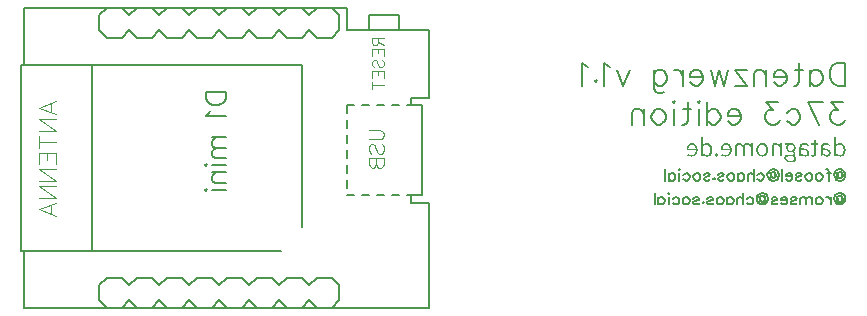
<source format=gbo>
G04 Layer: BottomSilkscreenLayer*
G04 EasyEDA v6.5.38, 2023-12-02 23:49:31*
G04 f3335789055e47b3961c9cef71cec245,07f4848b7c094117bb63b494a1dfdd33,10*
G04 Gerber Generator version 0.2*
G04 Scale: 100 percent, Rotated: No, Reflected: No *
G04 Dimensions in millimeters *
G04 leading zeros omitted , absolute positions ,4 integer and 5 decimal *
%FSLAX45Y45*%
%MOMM*%

%ADD10C,0.2032*%
%ADD11C,0.1219*%
%ADD12C,0.1422*%
%ADD13C,0.0813*%
%ADD14C,0.1016*%
%ADD15C,0.1270*%
%ADD16C,0.0166*%

%LPD*%
G36*
X6806793Y4374489D02*
G01*
X6806793Y4239615D01*
X6823252Y4239615D01*
X6823252Y4299051D01*
X6830517Y4304588D01*
X6837425Y4308398D01*
X6844284Y4310532D01*
X6851243Y4311243D01*
X6855815Y4310888D01*
X6860184Y4309770D01*
X6864350Y4308043D01*
X6868210Y4305604D01*
X6871716Y4302607D01*
X6874916Y4299000D01*
X6877710Y4294886D01*
X6880047Y4290263D01*
X6881926Y4285183D01*
X6883349Y4279696D01*
X6884212Y4273804D01*
X6884466Y4267555D01*
X6884263Y4261053D01*
X6883552Y4255008D01*
X6882384Y4249420D01*
X6880809Y4244340D01*
X6878726Y4239768D01*
X6876288Y4235754D01*
X6873392Y4232300D01*
X6870090Y4229404D01*
X6866381Y4227118D01*
X6862318Y4225493D01*
X6857847Y4224477D01*
X6852970Y4224121D01*
X6845198Y4225137D01*
X6837730Y4228084D01*
X6830517Y4232910D01*
X6823252Y4239615D01*
X6806793Y4239615D01*
X6806793Y4212691D01*
X6820509Y4212691D01*
X6821779Y4225899D01*
X6822541Y4225899D01*
X6825894Y4222750D01*
X6829602Y4219803D01*
X6833514Y4217111D01*
X6837680Y4214774D01*
X6842099Y4212844D01*
X6846671Y4211421D01*
X6851396Y4210456D01*
X6856323Y4210151D01*
X6861352Y4210405D01*
X6866178Y4211116D01*
X6870750Y4212285D01*
X6875068Y4213961D01*
X6879132Y4216044D01*
X6882841Y4218584D01*
X6886295Y4221581D01*
X6889394Y4225036D01*
X6892239Y4228896D01*
X6894677Y4233214D01*
X6896811Y4237939D01*
X6898538Y4243070D01*
X6899960Y4248556D01*
X6900925Y4254500D01*
X6901535Y4260850D01*
X6901738Y4267555D01*
X6901484Y4274007D01*
X6900722Y4280154D01*
X6899503Y4285996D01*
X6897827Y4291482D01*
X6895744Y4296562D01*
X6893306Y4301337D01*
X6890461Y4305655D01*
X6887311Y4309618D01*
X6883857Y4313174D01*
X6880148Y4316272D01*
X6876237Y4318965D01*
X6872071Y4321149D01*
X6867753Y4322927D01*
X6863283Y4324197D01*
X6858711Y4324959D01*
X6853986Y4325213D01*
X6844995Y4324350D01*
X6837121Y4321759D01*
X6829806Y4317695D01*
X6822541Y4312259D01*
X6823252Y4331309D01*
X6823252Y4374489D01*
G37*
G36*
X5678779Y4374489D02*
G01*
X5678779Y4239615D01*
X5694984Y4239615D01*
X5694984Y4299051D01*
X5702350Y4304588D01*
X5709310Y4308398D01*
X5716168Y4310532D01*
X5723229Y4311243D01*
X5727750Y4310888D01*
X5732068Y4309770D01*
X5736183Y4308043D01*
X5739993Y4305604D01*
X5743498Y4302607D01*
X5746648Y4299000D01*
X5749442Y4294886D01*
X5751779Y4290263D01*
X5753658Y4285183D01*
X5755081Y4279696D01*
X5755944Y4273804D01*
X5756198Y4267555D01*
X5755995Y4261053D01*
X5755284Y4255008D01*
X5754116Y4249420D01*
X5752541Y4244340D01*
X5750458Y4239768D01*
X5748020Y4235754D01*
X5745124Y4232300D01*
X5741822Y4229404D01*
X5738114Y4227118D01*
X5734050Y4225493D01*
X5729579Y4224477D01*
X5724702Y4224121D01*
X5717082Y4225137D01*
X5709666Y4228084D01*
X5702350Y4232910D01*
X5694984Y4239615D01*
X5678779Y4239615D01*
X5678779Y4212691D01*
X5692241Y4212691D01*
X5693714Y4225899D01*
X5694273Y4225899D01*
X5697728Y4222750D01*
X5701436Y4219803D01*
X5705398Y4217111D01*
X5709564Y4214774D01*
X5713933Y4212844D01*
X5718556Y4211421D01*
X5723331Y4210456D01*
X5728309Y4210151D01*
X5733338Y4210405D01*
X5738164Y4211116D01*
X5742736Y4212285D01*
X5747004Y4213961D01*
X5751017Y4216044D01*
X5754776Y4218584D01*
X5758180Y4221581D01*
X5761278Y4225036D01*
X5764072Y4228896D01*
X5766511Y4233214D01*
X5768594Y4237939D01*
X5770321Y4243070D01*
X5771692Y4248556D01*
X5772708Y4254500D01*
X5773267Y4260850D01*
X5773470Y4267555D01*
X5773216Y4274007D01*
X5772454Y4280154D01*
X5771235Y4285996D01*
X5769559Y4291482D01*
X5767476Y4296562D01*
X5765038Y4301337D01*
X5762193Y4305655D01*
X5759043Y4309618D01*
X5755589Y4313174D01*
X5751880Y4316272D01*
X5747969Y4318965D01*
X5743803Y4321149D01*
X5739485Y4322927D01*
X5735015Y4324197D01*
X5730443Y4324959D01*
X5725718Y4325213D01*
X5716727Y4324350D01*
X5708853Y4321759D01*
X5701538Y4317695D01*
X5694273Y4312259D01*
X5694984Y4331309D01*
X5694984Y4374489D01*
G37*
G36*
X6638391Y4353407D02*
G01*
X6638391Y4322419D01*
X6608114Y4322419D01*
X6608114Y4308703D01*
X6638391Y4308703D01*
X6638391Y4245203D01*
X6637528Y4236161D01*
X6634683Y4229354D01*
X6629349Y4225086D01*
X6621068Y4223613D01*
X6617919Y4223867D01*
X6614566Y4224578D01*
X6608368Y4226661D01*
X6605066Y4214215D01*
X6614871Y4211421D01*
X6619900Y4210507D01*
X6624675Y4210151D01*
X6632498Y4210812D01*
X6639001Y4212691D01*
X6644284Y4215790D01*
X6648348Y4219956D01*
X6651345Y4225086D01*
X6653377Y4231132D01*
X6654495Y4238040D01*
X6654850Y4245711D01*
X6654850Y4308703D01*
X6671411Y4308703D01*
X6671411Y4321403D01*
X6654088Y4322419D01*
X6652107Y4353407D01*
G37*
G36*
X6728307Y4325213D02*
G01*
X6721957Y4324858D01*
X6716268Y4323740D01*
X6711188Y4321962D01*
X6706768Y4319574D01*
X6702907Y4316526D01*
X6699605Y4312869D01*
X6696862Y4308703D01*
X6694678Y4304030D01*
X6693052Y4298848D01*
X6691833Y4293209D01*
X6691172Y4287164D01*
X6690918Y4280763D01*
X6690918Y4270857D01*
X6707479Y4270857D01*
X6716623Y4269638D01*
X6724802Y4268165D01*
X6731965Y4266488D01*
X6738213Y4264660D01*
X6743547Y4262577D01*
X6748068Y4260291D01*
X6751726Y4257802D01*
X6754672Y4255058D01*
X6756857Y4252112D01*
X6758381Y4248912D01*
X6759244Y4245508D01*
X6759498Y4241901D01*
X6757924Y4233418D01*
X6753555Y4227677D01*
X6747103Y4224375D01*
X6739229Y4223359D01*
X6731101Y4224324D01*
X6723329Y4227271D01*
X6715556Y4232046D01*
X6707479Y4238599D01*
X6707479Y4270857D01*
X6690918Y4270857D01*
X6690918Y4212691D01*
X6704634Y4212691D01*
X6705904Y4226153D01*
X6706666Y4226153D01*
X6710680Y4222902D01*
X6714896Y4219905D01*
X6719316Y4217162D01*
X6723888Y4214825D01*
X6728612Y4212894D01*
X6733438Y4211421D01*
X6738416Y4210456D01*
X6743547Y4210151D01*
X6750151Y4210659D01*
X6756247Y4212183D01*
X6761683Y4214672D01*
X6766407Y4218076D01*
X6770217Y4222445D01*
X6773113Y4227728D01*
X6774891Y4233875D01*
X6775500Y4240885D01*
X6775297Y4245254D01*
X6774535Y4249369D01*
X6773316Y4253179D01*
X6771538Y4256735D01*
X6769252Y4260037D01*
X6766458Y4263085D01*
X6763105Y4265930D01*
X6759194Y4268520D01*
X6754774Y4270857D01*
X6749745Y4273042D01*
X6744157Y4274972D01*
X6738010Y4276750D01*
X6731304Y4278325D01*
X6723938Y4279747D01*
X6707479Y4282033D01*
X6707631Y4287520D01*
X6708343Y4292854D01*
X6709765Y4297832D01*
X6712000Y4302302D01*
X6715099Y4306062D01*
X6719214Y4308957D01*
X6724396Y4310837D01*
X6730847Y4311497D01*
X6740398Y4310430D01*
X6749288Y4307586D01*
X6757212Y4303674D01*
X6764070Y4299305D01*
X6770979Y4310735D01*
X6762699Y4315663D01*
X6757822Y4318101D01*
X6752590Y4320336D01*
X6746951Y4322318D01*
X6741007Y4323842D01*
X6734759Y4324858D01*
G37*
G36*
X6547459Y4325213D02*
G01*
X6541160Y4324858D01*
X6535521Y4323740D01*
X6530492Y4321962D01*
X6526072Y4319574D01*
X6522262Y4316526D01*
X6519011Y4312869D01*
X6516268Y4308703D01*
X6514084Y4304030D01*
X6512407Y4298848D01*
X6511239Y4293209D01*
X6510578Y4287164D01*
X6510375Y4270857D01*
X6526834Y4270857D01*
X6536029Y4269638D01*
X6544208Y4268165D01*
X6551371Y4266488D01*
X6557619Y4264660D01*
X6562953Y4262577D01*
X6567474Y4260291D01*
X6571132Y4257802D01*
X6574078Y4255058D01*
X6576263Y4252112D01*
X6577787Y4248912D01*
X6578650Y4245508D01*
X6578904Y4241901D01*
X6577330Y4233418D01*
X6572961Y4227677D01*
X6566509Y4224375D01*
X6558584Y4223359D01*
X6550507Y4224324D01*
X6542735Y4227271D01*
X6534962Y4232046D01*
X6526834Y4238599D01*
X6526834Y4270857D01*
X6510375Y4270857D01*
X6510375Y4212691D01*
X6524091Y4212691D01*
X6525361Y4226153D01*
X6526123Y4226153D01*
X6530085Y4222902D01*
X6534302Y4219905D01*
X6538722Y4217162D01*
X6543294Y4214825D01*
X6548018Y4212894D01*
X6552844Y4211421D01*
X6557822Y4210456D01*
X6562902Y4210151D01*
X6569456Y4210659D01*
X6575552Y4212183D01*
X6580987Y4214672D01*
X6585712Y4218076D01*
X6589572Y4222445D01*
X6592468Y4227728D01*
X6594297Y4233875D01*
X6594957Y4240885D01*
X6594703Y4245254D01*
X6593941Y4249369D01*
X6592671Y4253179D01*
X6590893Y4256735D01*
X6588607Y4260037D01*
X6585762Y4263085D01*
X6582409Y4265930D01*
X6578498Y4268520D01*
X6574078Y4270857D01*
X6569049Y4273042D01*
X6563461Y4274972D01*
X6557314Y4276750D01*
X6550609Y4278325D01*
X6543294Y4279747D01*
X6526834Y4282033D01*
X6526987Y4287520D01*
X6527749Y4292854D01*
X6529120Y4297832D01*
X6531305Y4302302D01*
X6534404Y4306062D01*
X6538518Y4308957D01*
X6543751Y4310837D01*
X6550202Y4311497D01*
X6559803Y4310430D01*
X6568694Y4307586D01*
X6576618Y4303674D01*
X6583527Y4299305D01*
X6590131Y4310735D01*
X6581952Y4315663D01*
X6577177Y4318101D01*
X6571894Y4320336D01*
X6566255Y4322318D01*
X6560261Y4323842D01*
X6553962Y4324858D01*
G37*
G36*
X6437934Y4325213D02*
G01*
X6433566Y4325010D01*
X6429502Y4324400D01*
X6425844Y4323486D01*
X6422745Y4322419D01*
X6384848Y4322419D01*
X6384848Y4309719D01*
X6408013Y4309719D01*
X6404102Y4305147D01*
X6401054Y4299508D01*
X6399072Y4293006D01*
X6398412Y4286351D01*
X6413347Y4286351D01*
X6413804Y4292142D01*
X6415278Y4297324D01*
X6417564Y4301845D01*
X6420612Y4305655D01*
X6424269Y4308703D01*
X6428435Y4310938D01*
X6433058Y4312310D01*
X6437934Y4312767D01*
X6442964Y4312310D01*
X6447586Y4310938D01*
X6451803Y4308754D01*
X6455410Y4305757D01*
X6458407Y4301947D01*
X6460693Y4297426D01*
X6462115Y4292244D01*
X6462623Y4286351D01*
X6462064Y4280357D01*
X6460591Y4274972D01*
X6458305Y4270298D01*
X6455257Y4266336D01*
X6451549Y4263186D01*
X6447383Y4260850D01*
X6442811Y4259427D01*
X6437934Y4258919D01*
X6433108Y4259427D01*
X6428536Y4260850D01*
X6424371Y4263186D01*
X6420713Y4266336D01*
X6417614Y4270298D01*
X6415328Y4274972D01*
X6413855Y4280357D01*
X6413347Y4286351D01*
X6398412Y4286351D01*
X6398717Y4280204D01*
X6399733Y4274870D01*
X6401409Y4269994D01*
X6403695Y4265523D01*
X6406540Y4261459D01*
X6409842Y4257903D01*
X6413652Y4254804D01*
X6417868Y4252264D01*
X6422440Y4250182D01*
X6427368Y4248708D01*
X6432550Y4247794D01*
X6437934Y4247489D01*
X6442252Y4247743D01*
X6446672Y4248454D01*
X6450939Y4249724D01*
X6454952Y4251553D01*
X6457797Y4248810D01*
X6460032Y4245711D01*
X6461556Y4242054D01*
X6462064Y4237583D01*
X6461201Y4232656D01*
X6458051Y4228846D01*
X6452108Y4226306D01*
X6442811Y4225391D01*
X6420713Y4225391D01*
X6411823Y4224985D01*
X6404152Y4223816D01*
X6397650Y4221886D01*
X6392316Y4219092D01*
X6388201Y4215434D01*
X6385204Y4210913D01*
X6383426Y4205528D01*
X6382816Y4199229D01*
X6383031Y4196943D01*
X6399123Y4196943D01*
X6400596Y4203649D01*
X6405016Y4208068D01*
X6412280Y4210456D01*
X6422186Y4211167D01*
X6442252Y4211167D01*
X6448704Y4211726D01*
X6456273Y4213199D01*
X6461658Y4208475D01*
X6465366Y4203496D01*
X6467500Y4198416D01*
X6468211Y4193387D01*
X6467602Y4189018D01*
X6465976Y4185107D01*
X6463233Y4181703D01*
X6459524Y4178808D01*
X6454851Y4176471D01*
X6449212Y4174744D01*
X6442710Y4173677D01*
X6435445Y4173321D01*
X6427520Y4173829D01*
X6420408Y4175353D01*
X6414211Y4177639D01*
X6408978Y4180636D01*
X6404762Y4184243D01*
X6401663Y4188206D01*
X6399733Y4192524D01*
X6399123Y4196943D01*
X6383031Y4196943D01*
X6383274Y4194352D01*
X6384594Y4189577D01*
X6386677Y4185005D01*
X6389624Y4180687D01*
X6393281Y4176674D01*
X6397701Y4173016D01*
X6402832Y4169765D01*
X6408572Y4166971D01*
X6414973Y4164736D01*
X6421983Y4163060D01*
X6429603Y4161993D01*
X6437731Y4161637D01*
X6444234Y4161840D01*
X6450380Y4162551D01*
X6456121Y4163618D01*
X6461404Y4165142D01*
X6466179Y4167124D01*
X6470396Y4169460D01*
X6474104Y4172204D01*
X6477203Y4175302D01*
X6479641Y4178808D01*
X6481419Y4182618D01*
X6482537Y4186834D01*
X6482943Y4191355D01*
X6481826Y4198315D01*
X6478625Y4204970D01*
X6473494Y4211116D01*
X6466636Y4216501D01*
X6466636Y4217263D01*
X6470548Y4220362D01*
X6473698Y4224426D01*
X6475780Y4229455D01*
X6476593Y4235551D01*
X6475425Y4242003D01*
X6472580Y4247642D01*
X6468618Y4252264D01*
X6464350Y4255871D01*
X6464350Y4256633D01*
X6469583Y4261764D01*
X6474155Y4268622D01*
X6477355Y4276902D01*
X6478625Y4286351D01*
X6478219Y4292041D01*
X6477101Y4297324D01*
X6475374Y4302302D01*
X6472986Y4306824D01*
X6470040Y4310888D01*
X6466586Y4314545D01*
X6462623Y4317695D01*
X6458305Y4320336D01*
X6453632Y4322419D01*
X6448653Y4323943D01*
X6443421Y4324908D01*
G37*
G36*
X6308445Y4325213D02*
G01*
X6302908Y4324908D01*
X6297930Y4323994D01*
X6293408Y4322470D01*
X6289446Y4320336D01*
X6285992Y4317644D01*
X6282994Y4314342D01*
X6280505Y4310430D01*
X6278473Y4305960D01*
X6276898Y4300880D01*
X6275781Y4295241D01*
X6275120Y4289044D01*
X6274866Y4282287D01*
X6274866Y4212691D01*
X6291427Y4212691D01*
X6291427Y4280255D01*
X6291732Y4287672D01*
X6292697Y4294022D01*
X6294272Y4299254D01*
X6296609Y4303471D01*
X6299657Y4306722D01*
X6303416Y4308957D01*
X6307937Y4310278D01*
X6313220Y4310735D01*
X6317488Y4310430D01*
X6321450Y4309618D01*
X6325260Y4308195D01*
X6328968Y4306214D01*
X6332677Y4303725D01*
X6336436Y4300677D01*
X6344513Y4292955D01*
X6344513Y4212691D01*
X6361023Y4212691D01*
X6361023Y4322419D01*
X6347561Y4322419D01*
X6345986Y4306417D01*
X6345275Y4306417D01*
X6341313Y4310227D01*
X6337198Y4313732D01*
X6332982Y4316933D01*
X6328562Y4319727D01*
X6323888Y4322013D01*
X6319012Y4323740D01*
X6313881Y4324858D01*
G37*
G36*
X6196177Y4325213D02*
G01*
X6191199Y4324959D01*
X6186322Y4324248D01*
X6181598Y4323029D01*
X6177026Y4321352D01*
X6172606Y4319219D01*
X6168440Y4316628D01*
X6164529Y4313580D01*
X6160871Y4310126D01*
X6157569Y4306214D01*
X6154572Y4301896D01*
X6151981Y4297121D01*
X6149746Y4291990D01*
X6147968Y4286453D01*
X6146698Y4280509D01*
X6145885Y4274210D01*
X6145631Y4267555D01*
X6162598Y4267555D01*
X6162903Y4273854D01*
X6163767Y4279798D01*
X6165088Y4285335D01*
X6166967Y4290415D01*
X6169304Y4294987D01*
X6172047Y4299102D01*
X6175197Y4302658D01*
X6178753Y4305655D01*
X6182664Y4308043D01*
X6186881Y4309821D01*
X6191402Y4310888D01*
X6196177Y4311243D01*
X6200952Y4310888D01*
X6205474Y4309821D01*
X6209690Y4308043D01*
X6213602Y4305655D01*
X6217107Y4302658D01*
X6220206Y4299102D01*
X6222949Y4294987D01*
X6225184Y4290415D01*
X6227013Y4285335D01*
X6228334Y4279798D01*
X6229146Y4273854D01*
X6229400Y4267555D01*
X6229146Y4261205D01*
X6228334Y4255211D01*
X6227013Y4249674D01*
X6225184Y4244594D01*
X6222949Y4239971D01*
X6220206Y4235907D01*
X6217107Y4232351D01*
X6213602Y4229404D01*
X6209690Y4227017D01*
X6205474Y4225290D01*
X6200952Y4224223D01*
X6196177Y4223867D01*
X6191402Y4224223D01*
X6186881Y4225290D01*
X6182664Y4227017D01*
X6178753Y4229404D01*
X6175197Y4232351D01*
X6172047Y4235907D01*
X6169304Y4239971D01*
X6166967Y4244594D01*
X6165088Y4249674D01*
X6163767Y4255211D01*
X6162903Y4261205D01*
X6162598Y4267555D01*
X6145631Y4267555D01*
X6145885Y4260900D01*
X6146698Y4254652D01*
X6147968Y4248759D01*
X6149746Y4243273D01*
X6151981Y4238142D01*
X6154572Y4233418D01*
X6157569Y4229100D01*
X6160871Y4225239D01*
X6164529Y4221784D01*
X6168440Y4218736D01*
X6172606Y4216146D01*
X6177026Y4214012D01*
X6181598Y4212336D01*
X6186322Y4211116D01*
X6191199Y4210405D01*
X6196177Y4210151D01*
X6201156Y4210405D01*
X6206032Y4211116D01*
X6210808Y4212336D01*
X6215430Y4214012D01*
X6219799Y4216146D01*
X6223965Y4218736D01*
X6227876Y4221784D01*
X6231534Y4225239D01*
X6234836Y4229100D01*
X6237782Y4233418D01*
X6240373Y4238142D01*
X6242608Y4243273D01*
X6244336Y4248759D01*
X6245606Y4254652D01*
X6246418Y4260900D01*
X6246723Y4267555D01*
X6246418Y4274210D01*
X6245606Y4280509D01*
X6244336Y4286453D01*
X6242608Y4291990D01*
X6240373Y4297121D01*
X6237782Y4301896D01*
X6234836Y4306214D01*
X6231534Y4310075D01*
X6227876Y4313580D01*
X6223965Y4316628D01*
X6219799Y4319219D01*
X6215430Y4321352D01*
X6210808Y4323029D01*
X6206032Y4324248D01*
X6201156Y4324959D01*
G37*
G36*
X5999073Y4325213D02*
G01*
X5993688Y4324908D01*
X5988812Y4323994D01*
X5984443Y4322470D01*
X5980480Y4320336D01*
X5977026Y4317644D01*
X5974029Y4314342D01*
X5971489Y4310430D01*
X5969457Y4305960D01*
X5967831Y4300880D01*
X5966663Y4295241D01*
X5966002Y4289044D01*
X5965748Y4282287D01*
X5965748Y4212691D01*
X5982563Y4212691D01*
X5982563Y4280255D01*
X5982868Y4287672D01*
X5983782Y4294022D01*
X5985408Y4299254D01*
X5987694Y4303471D01*
X5990640Y4306722D01*
X5994349Y4308957D01*
X5998718Y4310278D01*
X6003848Y4310735D01*
X6010656Y4309618D01*
X6017666Y4306316D01*
X6024930Y4300778D01*
X6032550Y4292955D01*
X6032550Y4212691D01*
X6049111Y4212691D01*
X6049111Y4280255D01*
X6049416Y4287672D01*
X6050330Y4294022D01*
X6051956Y4299254D01*
X6054242Y4303471D01*
X6057239Y4306722D01*
X6060998Y4308957D01*
X6065469Y4310278D01*
X6070650Y4310735D01*
X6077254Y4309618D01*
X6084265Y4306316D01*
X6091682Y4300778D01*
X6099352Y4292955D01*
X6099352Y4212691D01*
X6115659Y4212691D01*
X6115659Y4322419D01*
X6102400Y4322419D01*
X6100673Y4306163D01*
X6100114Y4306163D01*
X6096406Y4310024D01*
X6092545Y4313631D01*
X6088481Y4316882D01*
X6084214Y4319676D01*
X6079845Y4322013D01*
X6075324Y4323740D01*
X6070650Y4324858D01*
X6065875Y4325213D01*
X6059830Y4324807D01*
X6054547Y4323689D01*
X6049924Y4321860D01*
X6045962Y4319422D01*
X6042609Y4316323D01*
X6039764Y4312666D01*
X6037478Y4308500D01*
X6035598Y4303877D01*
X6031230Y4308449D01*
X6026861Y4312564D01*
X6022390Y4316222D01*
X6017920Y4319320D01*
X6013348Y4321810D01*
X6008674Y4323689D01*
X6003950Y4324807D01*
G37*
G36*
X5888532Y4325213D02*
G01*
X5881928Y4324807D01*
X5875832Y4323638D01*
X5870244Y4321657D01*
X5865164Y4318965D01*
X5860643Y4315561D01*
X5856681Y4311446D01*
X5853277Y4306722D01*
X5850483Y4301337D01*
X5848248Y4295292D01*
X5846673Y4288739D01*
X5845708Y4281576D01*
X5845458Y4276191D01*
X5859881Y4276191D01*
X5860338Y4284421D01*
X5861812Y4291584D01*
X5864148Y4297730D01*
X5867400Y4302709D01*
X5871514Y4306671D01*
X5876340Y4309465D01*
X5881979Y4311192D01*
X5888329Y4311751D01*
X5894273Y4311142D01*
X5900013Y4309313D01*
X5905296Y4306417D01*
X5910072Y4302353D01*
X5914136Y4297273D01*
X5917488Y4291177D01*
X5919927Y4284116D01*
X5921298Y4276191D01*
X5845458Y4276191D01*
X5845403Y4271111D01*
X5845708Y4266082D01*
X5846114Y4263999D01*
X5921095Y4263999D01*
X5920536Y4258056D01*
X5919470Y4252518D01*
X5917844Y4247388D01*
X5915710Y4242612D01*
X5913120Y4238345D01*
X5910072Y4234535D01*
X5906617Y4231233D01*
X5902706Y4228490D01*
X5898438Y4226306D01*
X5893765Y4224680D01*
X5888786Y4223715D01*
X5883452Y4223359D01*
X5875731Y4223969D01*
X5868568Y4225696D01*
X5861812Y4228490D01*
X5855563Y4232249D01*
X5849416Y4221327D01*
X5856986Y4217009D01*
X5865368Y4213453D01*
X5869940Y4212082D01*
X5874816Y4211015D01*
X5879998Y4210405D01*
X5885484Y4210151D01*
X5890869Y4210405D01*
X5896051Y4211116D01*
X5901080Y4212336D01*
X5905855Y4214063D01*
X5910427Y4216196D01*
X5914694Y4218787D01*
X5918708Y4221835D01*
X5922416Y4225340D01*
X5925769Y4229252D01*
X5928715Y4233519D01*
X5931357Y4238244D01*
X5933541Y4243374D01*
X5935268Y4248861D01*
X5936538Y4254754D01*
X5937300Y4260951D01*
X5937554Y4267555D01*
X5937300Y4274058D01*
X5936488Y4280255D01*
X5935218Y4286097D01*
X5933440Y4291584D01*
X5931255Y4296664D01*
X5928715Y4301439D01*
X5925769Y4305757D01*
X5922518Y4309719D01*
X5918962Y4313224D01*
X5915101Y4316323D01*
X5911088Y4319016D01*
X5906820Y4321200D01*
X5902401Y4322927D01*
X5897880Y4324197D01*
X5893257Y4324959D01*
G37*
G36*
X5599734Y4325213D02*
G01*
X5593130Y4324807D01*
X5587034Y4323638D01*
X5581446Y4321657D01*
X5576366Y4318965D01*
X5571845Y4315561D01*
X5567883Y4311446D01*
X5564479Y4306722D01*
X5561685Y4301337D01*
X5559450Y4295292D01*
X5557875Y4288739D01*
X5556910Y4281576D01*
X5556660Y4276191D01*
X5571032Y4276191D01*
X5571540Y4284421D01*
X5573014Y4291584D01*
X5575350Y4297730D01*
X5578602Y4302709D01*
X5582716Y4306671D01*
X5587542Y4309465D01*
X5593181Y4311192D01*
X5599531Y4311751D01*
X5605475Y4311142D01*
X5611215Y4309313D01*
X5616498Y4306417D01*
X5621274Y4302353D01*
X5625338Y4297273D01*
X5628690Y4291177D01*
X5631129Y4284116D01*
X5632500Y4276191D01*
X5556660Y4276191D01*
X5556605Y4271111D01*
X5557316Y4263999D01*
X5632297Y4263999D01*
X5631738Y4258056D01*
X5630672Y4252518D01*
X5629097Y4247388D01*
X5626963Y4242612D01*
X5624423Y4238345D01*
X5621375Y4234535D01*
X5617921Y4231233D01*
X5614009Y4228490D01*
X5609742Y4226306D01*
X5605068Y4224680D01*
X5600039Y4223715D01*
X5594654Y4223359D01*
X5586984Y4223969D01*
X5579872Y4225696D01*
X5573268Y4228490D01*
X5566968Y4232249D01*
X5560923Y4221327D01*
X5568340Y4217009D01*
X5572353Y4215130D01*
X5576620Y4213453D01*
X5581142Y4212082D01*
X5586018Y4211015D01*
X5591200Y4210405D01*
X5596686Y4210151D01*
X5602071Y4210405D01*
X5607253Y4211116D01*
X5612282Y4212336D01*
X5617057Y4214063D01*
X5621629Y4216196D01*
X5625896Y4218787D01*
X5629910Y4221835D01*
X5633618Y4225340D01*
X5636971Y4229252D01*
X5639917Y4233519D01*
X5642559Y4238244D01*
X5644743Y4243374D01*
X5646470Y4248861D01*
X5647740Y4254754D01*
X5648502Y4260951D01*
X5648807Y4267555D01*
X5648502Y4274058D01*
X5647690Y4280255D01*
X5646420Y4286097D01*
X5644642Y4291584D01*
X5642457Y4296664D01*
X5639917Y4301439D01*
X5636971Y4305757D01*
X5633720Y4309719D01*
X5630164Y4313224D01*
X5626303Y4316323D01*
X5622290Y4319016D01*
X5618022Y4321200D01*
X5613603Y4322927D01*
X5609082Y4324197D01*
X5604459Y4324959D01*
G37*
G36*
X5809538Y4236567D02*
G01*
X5804662Y4235602D01*
X5800648Y4232910D01*
X5797905Y4228642D01*
X5796838Y4223105D01*
X5797905Y4217771D01*
X5800648Y4213656D01*
X5804662Y4211066D01*
X5809538Y4210151D01*
X5814314Y4211066D01*
X5818276Y4213656D01*
X5820968Y4217771D01*
X5821984Y4223105D01*
X5820968Y4228642D01*
X5818276Y4232859D01*
X5814314Y4235602D01*
G37*
D10*
X6899986Y5005036D02*
G01*
X6899986Y4811074D01*
X6899986Y5005036D02*
G01*
X6835330Y5005036D01*
X6807621Y4995801D01*
X6789150Y4977328D01*
X6779912Y4958854D01*
X6770677Y4931145D01*
X6770677Y4884966D01*
X6779912Y4857254D01*
X6789150Y4838783D01*
X6807621Y4820310D01*
X6835330Y4811074D01*
X6899986Y4811074D01*
X6598881Y4940383D02*
G01*
X6598881Y4811074D01*
X6598881Y4912674D02*
G01*
X6617352Y4931145D01*
X6635826Y4940383D01*
X6663535Y4940383D01*
X6682008Y4931145D01*
X6700481Y4912674D01*
X6709717Y4884966D01*
X6709717Y4866492D01*
X6700481Y4838783D01*
X6682008Y4820310D01*
X6663535Y4811074D01*
X6635826Y4811074D01*
X6617352Y4820310D01*
X6598881Y4838783D01*
X6510210Y5005036D02*
G01*
X6510210Y4848019D01*
X6500975Y4820310D01*
X6482501Y4811074D01*
X6464030Y4811074D01*
X6537921Y4940383D02*
G01*
X6473266Y4940383D01*
X6403070Y4884966D02*
G01*
X6292232Y4884966D01*
X6292232Y4903436D01*
X6301470Y4921910D01*
X6310706Y4931145D01*
X6329179Y4940383D01*
X6356888Y4940383D01*
X6375361Y4931145D01*
X6393832Y4912674D01*
X6403070Y4884966D01*
X6403070Y4866492D01*
X6393832Y4838783D01*
X6375361Y4820310D01*
X6356888Y4811074D01*
X6329179Y4811074D01*
X6310706Y4820310D01*
X6292232Y4838783D01*
X6231272Y4940383D02*
G01*
X6231272Y4811074D01*
X6231272Y4903436D02*
G01*
X6203563Y4931145D01*
X6185090Y4940383D01*
X6157381Y4940383D01*
X6138910Y4931145D01*
X6129672Y4903436D01*
X6129672Y4811074D01*
X5967112Y4940383D02*
G01*
X6068712Y4811074D01*
X6068712Y4940383D02*
G01*
X5967112Y4940383D01*
X6068712Y4811074D02*
G01*
X5967112Y4811074D01*
X5906152Y4940383D02*
G01*
X5869208Y4811074D01*
X5832261Y4940383D02*
G01*
X5869208Y4811074D01*
X5832261Y4940383D02*
G01*
X5795317Y4811074D01*
X5758370Y4940383D02*
G01*
X5795317Y4811074D01*
X5697410Y4884966D02*
G01*
X5586575Y4884966D01*
X5586575Y4903436D01*
X5595810Y4921910D01*
X5605048Y4931145D01*
X5623521Y4940383D01*
X5651230Y4940383D01*
X5669701Y4931145D01*
X5688175Y4912674D01*
X5697410Y4884966D01*
X5697410Y4866492D01*
X5688175Y4838783D01*
X5669701Y4820310D01*
X5651230Y4811074D01*
X5623521Y4811074D01*
X5605048Y4820310D01*
X5586575Y4838783D01*
X5525615Y4940383D02*
G01*
X5525615Y4811074D01*
X5525615Y4884966D02*
G01*
X5516379Y4912674D01*
X5497906Y4931145D01*
X5479432Y4940383D01*
X5451723Y4940383D01*
X5279928Y4940383D02*
G01*
X5279928Y4792601D01*
X5289163Y4764892D01*
X5298401Y4755654D01*
X5316872Y4746419D01*
X5344581Y4746419D01*
X5363055Y4755654D01*
X5279928Y4912674D02*
G01*
X5298401Y4931145D01*
X5316872Y4940383D01*
X5344581Y4940383D01*
X5363055Y4931145D01*
X5381528Y4912674D01*
X5390763Y4884966D01*
X5390763Y4866492D01*
X5381528Y4838783D01*
X5363055Y4820310D01*
X5344581Y4811074D01*
X5316872Y4811074D01*
X5298401Y4820310D01*
X5279928Y4838783D01*
X5076728Y4940383D02*
G01*
X5021310Y4811074D01*
X4965890Y4940383D02*
G01*
X5021310Y4811074D01*
X4904930Y4968092D02*
G01*
X4886459Y4977328D01*
X4858750Y5005036D01*
X4858750Y4811074D01*
X4788552Y4857254D02*
G01*
X4797790Y4848019D01*
X4788552Y4838783D01*
X4779317Y4848019D01*
X4788552Y4857254D01*
X4718357Y4968092D02*
G01*
X4699883Y4977328D01*
X4672175Y5005036D01*
X4672175Y4811074D01*
X6881512Y4674836D02*
G01*
X6779912Y4674836D01*
X6835330Y4600945D01*
X6807621Y4600945D01*
X6789150Y4591710D01*
X6779912Y4582474D01*
X6770677Y4554766D01*
X6770677Y4536292D01*
X6779912Y4508583D01*
X6798386Y4490110D01*
X6826095Y4480874D01*
X6853803Y4480874D01*
X6881512Y4490110D01*
X6890750Y4499345D01*
X6899986Y4517819D01*
X6580408Y4674836D02*
G01*
X6672770Y4480874D01*
X6709717Y4674836D02*
G01*
X6580408Y4674836D01*
X6408610Y4582474D02*
G01*
X6427083Y4600945D01*
X6445557Y4610183D01*
X6473266Y4610183D01*
X6491739Y4600945D01*
X6510210Y4582474D01*
X6519448Y4554766D01*
X6519448Y4536292D01*
X6510210Y4508583D01*
X6491739Y4490110D01*
X6473266Y4480874D01*
X6445557Y4480874D01*
X6427083Y4490110D01*
X6408610Y4508583D01*
X6329179Y4674836D02*
G01*
X6227579Y4674836D01*
X6282997Y4600945D01*
X6255288Y4600945D01*
X6236815Y4591710D01*
X6227579Y4582474D01*
X6218341Y4554766D01*
X6218341Y4536292D01*
X6227579Y4508583D01*
X6246050Y4490110D01*
X6273761Y4480874D01*
X6301470Y4480874D01*
X6329179Y4490110D01*
X6338415Y4499345D01*
X6347650Y4517819D01*
X6015141Y4554766D02*
G01*
X5904306Y4554766D01*
X5904306Y4573236D01*
X5913541Y4591710D01*
X5922779Y4600945D01*
X5941250Y4610183D01*
X5968961Y4610183D01*
X5987432Y4600945D01*
X6005906Y4582474D01*
X6015141Y4554766D01*
X6015141Y4536292D01*
X6005906Y4508583D01*
X5987432Y4490110D01*
X5968961Y4480874D01*
X5941250Y4480874D01*
X5922779Y4490110D01*
X5904306Y4508583D01*
X5732510Y4674836D02*
G01*
X5732510Y4480874D01*
X5732510Y4582474D02*
G01*
X5750981Y4600945D01*
X5769455Y4610183D01*
X5797163Y4610183D01*
X5815637Y4600945D01*
X5834110Y4582474D01*
X5843346Y4554766D01*
X5843346Y4536292D01*
X5834110Y4508583D01*
X5815637Y4490110D01*
X5797163Y4480874D01*
X5769455Y4480874D01*
X5750981Y4490110D01*
X5732510Y4508583D01*
X5671550Y4674836D02*
G01*
X5662312Y4665601D01*
X5653077Y4674836D01*
X5662312Y4684074D01*
X5671550Y4674836D01*
X5662312Y4610183D02*
G01*
X5662312Y4480874D01*
X5564408Y4674836D02*
G01*
X5564408Y4517819D01*
X5555170Y4490110D01*
X5536699Y4480874D01*
X5518226Y4480874D01*
X5592117Y4610183D02*
G01*
X5527461Y4610183D01*
X5457266Y4674836D02*
G01*
X5448030Y4665601D01*
X5438792Y4674836D01*
X5448030Y4684074D01*
X5457266Y4674836D01*
X5448030Y4610183D02*
G01*
X5448030Y4480874D01*
X5331650Y4610183D02*
G01*
X5350123Y4600945D01*
X5368597Y4582474D01*
X5377832Y4554766D01*
X5377832Y4536292D01*
X5368597Y4508583D01*
X5350123Y4490110D01*
X5331650Y4480874D01*
X5303941Y4480874D01*
X5285470Y4490110D01*
X5266997Y4508583D01*
X5257761Y4536292D01*
X5257761Y4554766D01*
X5266997Y4582474D01*
X5285470Y4600945D01*
X5303941Y4610183D01*
X5331650Y4610183D01*
X5196801Y4610183D02*
G01*
X5196801Y4480874D01*
X5196801Y4573236D02*
G01*
X5169090Y4600945D01*
X5150619Y4610183D01*
X5122910Y4610183D01*
X5104437Y4600945D01*
X5095201Y4573236D01*
X5095201Y4480874D01*
X6831804Y4064538D02*
G01*
X6836349Y4073629D01*
X6845439Y4078173D01*
X6859076Y4078173D01*
X6868167Y4073629D01*
X6872714Y4069082D01*
X6877258Y4055445D01*
X6877258Y4041810D01*
X6872714Y4032719D01*
X6863623Y4028173D01*
X6849986Y4028173D01*
X6840895Y4032719D01*
X6836349Y4041810D01*
X6859076Y4078173D02*
G01*
X6868167Y4069082D01*
X6872714Y4055445D01*
X6872714Y4041810D01*
X6868167Y4032719D01*
X6863623Y4028173D01*
X6831804Y4078173D02*
G01*
X6836349Y4041810D01*
X6836349Y4032719D01*
X6827258Y4028173D01*
X6818167Y4028173D01*
X6809077Y4037263D01*
X6804533Y4050901D01*
X6804533Y4059991D01*
X6809077Y4073629D01*
X6813623Y4082719D01*
X6822714Y4091810D01*
X6831804Y4096354D01*
X6845439Y4100901D01*
X6859076Y4100901D01*
X6872714Y4096354D01*
X6881804Y4091810D01*
X6890895Y4082719D01*
X6895439Y4073629D01*
X6899986Y4059991D01*
X6899986Y4046354D01*
X6895439Y4032719D01*
X6890895Y4023629D01*
X6881804Y4014538D01*
X6872714Y4009991D01*
X6859076Y4005445D01*
X6845439Y4005445D01*
X6831804Y4009991D01*
X6822714Y4014538D01*
X6818167Y4019082D01*
X6827258Y4078173D02*
G01*
X6831804Y4041810D01*
X6831804Y4032719D01*
X6827258Y4028173D01*
X6738167Y4100901D02*
G01*
X6747258Y4100901D01*
X6756349Y4096354D01*
X6760895Y4082719D01*
X6760895Y4005445D01*
X6774533Y4069082D02*
G01*
X6742714Y4069082D01*
X6685440Y4069082D02*
G01*
X6694533Y4064538D01*
X6703623Y4055445D01*
X6708167Y4041810D01*
X6708167Y4032719D01*
X6703623Y4019082D01*
X6694533Y4009991D01*
X6685440Y4005445D01*
X6671805Y4005445D01*
X6662714Y4009991D01*
X6653623Y4019082D01*
X6649077Y4032719D01*
X6649077Y4041810D01*
X6653623Y4055445D01*
X6662714Y4064538D01*
X6671805Y4069082D01*
X6685440Y4069082D01*
X6596349Y4069082D02*
G01*
X6605440Y4064538D01*
X6614533Y4055445D01*
X6619077Y4041810D01*
X6619077Y4032719D01*
X6614533Y4019082D01*
X6605440Y4009991D01*
X6596349Y4005445D01*
X6582714Y4005445D01*
X6573624Y4009991D01*
X6564533Y4019082D01*
X6559986Y4032719D01*
X6559986Y4041810D01*
X6564533Y4055445D01*
X6573624Y4064538D01*
X6582714Y4069082D01*
X6596349Y4069082D01*
X6479987Y4055445D02*
G01*
X6484533Y4064538D01*
X6498168Y4069082D01*
X6511805Y4069082D01*
X6525440Y4064538D01*
X6529986Y4055445D01*
X6525440Y4046354D01*
X6516349Y4041810D01*
X6493624Y4037263D01*
X6484533Y4032719D01*
X6479987Y4023629D01*
X6479987Y4019082D01*
X6484533Y4009991D01*
X6498168Y4005445D01*
X6511805Y4005445D01*
X6525440Y4009991D01*
X6529986Y4019082D01*
X6449987Y4041810D02*
G01*
X6395440Y4041810D01*
X6395440Y4050901D01*
X6399987Y4059991D01*
X6404533Y4064538D01*
X6413624Y4069082D01*
X6427259Y4069082D01*
X6436349Y4064538D01*
X6445440Y4055445D01*
X6449987Y4041810D01*
X6449987Y4032719D01*
X6445440Y4019082D01*
X6436349Y4009991D01*
X6427259Y4005445D01*
X6413624Y4005445D01*
X6404533Y4009991D01*
X6395440Y4019082D01*
X6365440Y4100901D02*
G01*
X6365440Y4005445D01*
X6267259Y4064538D02*
G01*
X6271806Y4073629D01*
X6280896Y4078173D01*
X6294534Y4078173D01*
X6303624Y4073629D01*
X6308168Y4069082D01*
X6312715Y4055445D01*
X6312715Y4041810D01*
X6308168Y4032719D01*
X6299078Y4028173D01*
X6285440Y4028173D01*
X6276350Y4032719D01*
X6271806Y4041810D01*
X6294534Y4078173D02*
G01*
X6303624Y4069082D01*
X6308168Y4055445D01*
X6308168Y4041810D01*
X6303624Y4032719D01*
X6299078Y4028173D01*
X6267259Y4078173D02*
G01*
X6271806Y4041810D01*
X6271806Y4032719D01*
X6262715Y4028173D01*
X6253624Y4028173D01*
X6244534Y4037263D01*
X6239987Y4050901D01*
X6239987Y4059991D01*
X6244534Y4073629D01*
X6249078Y4082719D01*
X6258168Y4091810D01*
X6267259Y4096354D01*
X6280896Y4100901D01*
X6294534Y4100901D01*
X6308168Y4096354D01*
X6317259Y4091810D01*
X6326350Y4082719D01*
X6330896Y4073629D01*
X6335440Y4059991D01*
X6335440Y4046354D01*
X6330896Y4032719D01*
X6326350Y4023629D01*
X6317259Y4014538D01*
X6308168Y4009991D01*
X6294534Y4005445D01*
X6280896Y4005445D01*
X6267259Y4009991D01*
X6258168Y4014538D01*
X6253624Y4019082D01*
X6262715Y4078173D02*
G01*
X6267259Y4041810D01*
X6267259Y4032719D01*
X6262715Y4028173D01*
X6155441Y4055445D02*
G01*
X6164534Y4064538D01*
X6173624Y4069082D01*
X6187259Y4069082D01*
X6196350Y4064538D01*
X6205440Y4055445D01*
X6209987Y4041810D01*
X6209987Y4032719D01*
X6205440Y4019082D01*
X6196350Y4009991D01*
X6187259Y4005445D01*
X6173624Y4005445D01*
X6164534Y4009991D01*
X6155441Y4019082D01*
X6125441Y4100901D02*
G01*
X6125441Y4005445D01*
X6125441Y4050901D02*
G01*
X6111806Y4064538D01*
X6102715Y4069082D01*
X6089078Y4069082D01*
X6079987Y4064538D01*
X6075441Y4050901D01*
X6075441Y4005445D01*
X5990897Y4069082D02*
G01*
X5990897Y4005445D01*
X5990897Y4055445D02*
G01*
X5999988Y4064538D01*
X6009078Y4069082D01*
X6022715Y4069082D01*
X6031806Y4064538D01*
X6040897Y4055445D01*
X6045441Y4041810D01*
X6045441Y4032719D01*
X6040897Y4019082D01*
X6031806Y4009991D01*
X6022715Y4005445D01*
X6009078Y4005445D01*
X5999988Y4009991D01*
X5990897Y4019082D01*
X5938169Y4069082D02*
G01*
X5947260Y4064538D01*
X5956350Y4055445D01*
X5960897Y4041810D01*
X5960897Y4032719D01*
X5956350Y4019082D01*
X5947260Y4009991D01*
X5938169Y4005445D01*
X5924534Y4005445D01*
X5915441Y4009991D01*
X5906350Y4019082D01*
X5901806Y4032719D01*
X5901806Y4041810D01*
X5906350Y4055445D01*
X5915441Y4064538D01*
X5924534Y4069082D01*
X5938169Y4069082D01*
X5821806Y4055445D02*
G01*
X5826351Y4064538D01*
X5839988Y4069082D01*
X5853625Y4069082D01*
X5867260Y4064538D01*
X5871806Y4055445D01*
X5867260Y4046354D01*
X5858169Y4041810D01*
X5835441Y4037263D01*
X5826351Y4032719D01*
X5821806Y4023629D01*
X5821806Y4019082D01*
X5826351Y4009991D01*
X5839988Y4005445D01*
X5853625Y4005445D01*
X5867260Y4009991D01*
X5871806Y4019082D01*
X5787260Y4028173D02*
G01*
X5791807Y4023629D01*
X5787260Y4019082D01*
X5782716Y4023629D01*
X5787260Y4028173D01*
X5702716Y4055445D02*
G01*
X5707260Y4064538D01*
X5720897Y4069082D01*
X5734535Y4069082D01*
X5748169Y4064538D01*
X5752716Y4055445D01*
X5748169Y4046354D01*
X5739079Y4041810D01*
X5716351Y4037263D01*
X5707260Y4032719D01*
X5702716Y4023629D01*
X5702716Y4019082D01*
X5707260Y4009991D01*
X5720897Y4005445D01*
X5734535Y4005445D01*
X5748169Y4009991D01*
X5752716Y4019082D01*
X5649988Y4069082D02*
G01*
X5659079Y4064538D01*
X5668170Y4055445D01*
X5672716Y4041810D01*
X5672716Y4032719D01*
X5668170Y4019082D01*
X5659079Y4009991D01*
X5649988Y4005445D01*
X5636351Y4005445D01*
X5627260Y4009991D01*
X5618170Y4019082D01*
X5613626Y4032719D01*
X5613626Y4041810D01*
X5618170Y4055445D01*
X5627260Y4064538D01*
X5636351Y4069082D01*
X5649988Y4069082D01*
X5529079Y4055445D02*
G01*
X5538170Y4064538D01*
X5547260Y4069082D01*
X5560898Y4069082D01*
X5569988Y4064538D01*
X5579079Y4055445D01*
X5583626Y4041810D01*
X5583626Y4032719D01*
X5579079Y4019082D01*
X5569988Y4009991D01*
X5560898Y4005445D01*
X5547260Y4005445D01*
X5538170Y4009991D01*
X5529079Y4019082D01*
X5499079Y4100901D02*
G01*
X5494535Y4096354D01*
X5489989Y4100901D01*
X5494535Y4105445D01*
X5499079Y4100901D01*
X5494535Y4069082D02*
G01*
X5494535Y4005445D01*
X5405442Y4069082D02*
G01*
X5405442Y4005445D01*
X5405442Y4055445D02*
G01*
X5414535Y4064538D01*
X5423626Y4069082D01*
X5437261Y4069082D01*
X5446351Y4064538D01*
X5455442Y4055445D01*
X5459989Y4041810D01*
X5459989Y4032719D01*
X5455442Y4019082D01*
X5446351Y4009991D01*
X5437261Y4005445D01*
X5423626Y4005445D01*
X5414535Y4009991D01*
X5405442Y4019082D01*
X5375442Y4100901D02*
G01*
X5375442Y4005445D01*
X6831804Y3862938D02*
G01*
X6836349Y3872029D01*
X6845439Y3876573D01*
X6859076Y3876573D01*
X6868167Y3872029D01*
X6872714Y3867482D01*
X6877258Y3853845D01*
X6877258Y3840210D01*
X6872714Y3831120D01*
X6863623Y3826573D01*
X6849986Y3826573D01*
X6840895Y3831120D01*
X6836349Y3840210D01*
X6859076Y3876573D02*
G01*
X6868167Y3867482D01*
X6872714Y3853845D01*
X6872714Y3840210D01*
X6868167Y3831120D01*
X6863623Y3826573D01*
X6831804Y3876573D02*
G01*
X6836349Y3840210D01*
X6836349Y3831120D01*
X6827258Y3826573D01*
X6818167Y3826573D01*
X6809077Y3835664D01*
X6804533Y3849301D01*
X6804533Y3858392D01*
X6809077Y3872029D01*
X6813623Y3881120D01*
X6822714Y3890210D01*
X6831804Y3894754D01*
X6845439Y3899301D01*
X6859076Y3899301D01*
X6872714Y3894754D01*
X6881804Y3890210D01*
X6890895Y3881120D01*
X6895439Y3872029D01*
X6899986Y3858392D01*
X6899986Y3844754D01*
X6895439Y3831120D01*
X6890895Y3822029D01*
X6881804Y3812938D01*
X6872714Y3808392D01*
X6859076Y3803845D01*
X6845439Y3803845D01*
X6831804Y3808392D01*
X6822714Y3812938D01*
X6818167Y3817482D01*
X6827258Y3876573D02*
G01*
X6831804Y3840210D01*
X6831804Y3831120D01*
X6827258Y3826573D01*
X6774533Y3867482D02*
G01*
X6774533Y3803845D01*
X6774533Y3840210D02*
G01*
X6769986Y3853845D01*
X6760895Y3862938D01*
X6751805Y3867482D01*
X6738167Y3867482D01*
X6685440Y3867482D02*
G01*
X6694533Y3862938D01*
X6703623Y3853845D01*
X6708167Y3840210D01*
X6708167Y3831120D01*
X6703623Y3817482D01*
X6694533Y3808392D01*
X6685440Y3803845D01*
X6671805Y3803845D01*
X6662714Y3808392D01*
X6653623Y3817482D01*
X6649077Y3831120D01*
X6649077Y3840210D01*
X6653623Y3853845D01*
X6662714Y3862938D01*
X6671805Y3867482D01*
X6685440Y3867482D01*
X6619077Y3867482D02*
G01*
X6619077Y3803845D01*
X6619077Y3849301D02*
G01*
X6605440Y3862938D01*
X6596349Y3867482D01*
X6582714Y3867482D01*
X6573624Y3862938D01*
X6569077Y3849301D01*
X6569077Y3803845D01*
X6569077Y3849301D02*
G01*
X6555440Y3862938D01*
X6546349Y3867482D01*
X6532714Y3867482D01*
X6523624Y3862938D01*
X6519077Y3849301D01*
X6519077Y3803845D01*
X6439077Y3853845D02*
G01*
X6443624Y3862938D01*
X6457259Y3867482D01*
X6470896Y3867482D01*
X6484533Y3862938D01*
X6489077Y3853845D01*
X6484533Y3844754D01*
X6475440Y3840210D01*
X6452715Y3835664D01*
X6443624Y3831120D01*
X6439077Y3822029D01*
X6439077Y3817482D01*
X6443624Y3808392D01*
X6457259Y3803845D01*
X6470896Y3803845D01*
X6484533Y3808392D01*
X6489077Y3817482D01*
X6409077Y3840210D02*
G01*
X6354533Y3840210D01*
X6354533Y3849301D01*
X6359077Y3858392D01*
X6363624Y3862938D01*
X6372715Y3867482D01*
X6386349Y3867482D01*
X6395440Y3862938D01*
X6404533Y3853845D01*
X6409077Y3840210D01*
X6409077Y3831120D01*
X6404533Y3817482D01*
X6395440Y3808392D01*
X6386349Y3803845D01*
X6372715Y3803845D01*
X6363624Y3808392D01*
X6354533Y3817482D01*
X6274534Y3853845D02*
G01*
X6279078Y3862938D01*
X6292715Y3867482D01*
X6306350Y3867482D01*
X6319987Y3862938D01*
X6324533Y3853845D01*
X6319987Y3844754D01*
X6310896Y3840210D01*
X6288168Y3835664D01*
X6279078Y3831120D01*
X6274534Y3822029D01*
X6274534Y3817482D01*
X6279078Y3808392D01*
X6292715Y3803845D01*
X6306350Y3803845D01*
X6319987Y3808392D01*
X6324533Y3817482D01*
X6176350Y3862938D02*
G01*
X6180896Y3872029D01*
X6189987Y3876573D01*
X6203624Y3876573D01*
X6212715Y3872029D01*
X6217259Y3867482D01*
X6221806Y3853845D01*
X6221806Y3840210D01*
X6217259Y3831120D01*
X6208168Y3826573D01*
X6194534Y3826573D01*
X6185441Y3831120D01*
X6180896Y3840210D01*
X6203624Y3876573D02*
G01*
X6212715Y3867482D01*
X6217259Y3853845D01*
X6217259Y3840210D01*
X6212715Y3831120D01*
X6208168Y3826573D01*
X6176350Y3876573D02*
G01*
X6180896Y3840210D01*
X6180896Y3831120D01*
X6171806Y3826573D01*
X6162715Y3826573D01*
X6153624Y3835664D01*
X6149078Y3849301D01*
X6149078Y3858392D01*
X6153624Y3872029D01*
X6158169Y3881120D01*
X6167259Y3890210D01*
X6176350Y3894754D01*
X6189987Y3899301D01*
X6203624Y3899301D01*
X6217259Y3894754D01*
X6226350Y3890210D01*
X6235440Y3881120D01*
X6239987Y3872029D01*
X6244534Y3858392D01*
X6244534Y3844754D01*
X6239987Y3831120D01*
X6235440Y3822029D01*
X6226350Y3812938D01*
X6217259Y3808392D01*
X6203624Y3803845D01*
X6189987Y3803845D01*
X6176350Y3808392D01*
X6167259Y3812938D01*
X6162715Y3817482D01*
X6171806Y3876573D02*
G01*
X6176350Y3840210D01*
X6176350Y3831120D01*
X6171806Y3826573D01*
X6064534Y3853845D02*
G01*
X6073625Y3862938D01*
X6082715Y3867482D01*
X6096350Y3867482D01*
X6105441Y3862938D01*
X6114534Y3853845D01*
X6119078Y3840210D01*
X6119078Y3831120D01*
X6114534Y3817482D01*
X6105441Y3808392D01*
X6096350Y3803845D01*
X6082715Y3803845D01*
X6073625Y3808392D01*
X6064534Y3817482D01*
X6034534Y3899301D02*
G01*
X6034534Y3803845D01*
X6034534Y3849301D02*
G01*
X6020897Y3862938D01*
X6011806Y3867482D01*
X5998169Y3867482D01*
X5989078Y3862938D01*
X5984534Y3849301D01*
X5984534Y3803845D01*
X5899988Y3867482D02*
G01*
X5899988Y3803845D01*
X5899988Y3853845D02*
G01*
X5909078Y3862938D01*
X5918169Y3867482D01*
X5931806Y3867482D01*
X5940897Y3862938D01*
X5949988Y3853845D01*
X5954534Y3840210D01*
X5954534Y3831120D01*
X5949988Y3817482D01*
X5940897Y3808392D01*
X5931806Y3803845D01*
X5918169Y3803845D01*
X5909078Y3808392D01*
X5899988Y3817482D01*
X5847260Y3867482D02*
G01*
X5856350Y3862938D01*
X5865441Y3853845D01*
X5869988Y3840210D01*
X5869988Y3831120D01*
X5865441Y3817482D01*
X5856350Y3808392D01*
X5847260Y3803845D01*
X5833625Y3803845D01*
X5824534Y3808392D01*
X5815441Y3817482D01*
X5810897Y3831120D01*
X5810897Y3840210D01*
X5815441Y3853845D01*
X5824534Y3862938D01*
X5833625Y3867482D01*
X5847260Y3867482D01*
X5730897Y3853845D02*
G01*
X5735441Y3862938D01*
X5749079Y3867482D01*
X5762716Y3867482D01*
X5776351Y3862938D01*
X5780897Y3853845D01*
X5776351Y3844754D01*
X5767260Y3840210D01*
X5744535Y3835664D01*
X5735441Y3831120D01*
X5730897Y3822029D01*
X5730897Y3817482D01*
X5735441Y3808392D01*
X5749079Y3803845D01*
X5762716Y3803845D01*
X5776351Y3808392D01*
X5780897Y3817482D01*
X5696351Y3826573D02*
G01*
X5700897Y3822029D01*
X5696351Y3817482D01*
X5691807Y3822029D01*
X5696351Y3826573D01*
X5611807Y3853845D02*
G01*
X5616351Y3862938D01*
X5629988Y3867482D01*
X5643625Y3867482D01*
X5657260Y3862938D01*
X5661807Y3853845D01*
X5657260Y3844754D01*
X5648170Y3840210D01*
X5625442Y3835664D01*
X5616351Y3831120D01*
X5611807Y3822029D01*
X5611807Y3817482D01*
X5616351Y3808392D01*
X5629988Y3803845D01*
X5643625Y3803845D01*
X5657260Y3808392D01*
X5661807Y3817482D01*
X5559079Y3867482D02*
G01*
X5568170Y3862938D01*
X5577260Y3853845D01*
X5581807Y3840210D01*
X5581807Y3831120D01*
X5577260Y3817482D01*
X5568170Y3808392D01*
X5559079Y3803845D01*
X5545442Y3803845D01*
X5536351Y3808392D01*
X5527260Y3817482D01*
X5522716Y3831120D01*
X5522716Y3840210D01*
X5527260Y3853845D01*
X5536351Y3862938D01*
X5545442Y3867482D01*
X5559079Y3867482D01*
X5438170Y3853845D02*
G01*
X5447261Y3862938D01*
X5456351Y3867482D01*
X5469989Y3867482D01*
X5479079Y3862938D01*
X5488170Y3853845D01*
X5492716Y3840210D01*
X5492716Y3831120D01*
X5488170Y3817482D01*
X5479079Y3808392D01*
X5469989Y3803845D01*
X5456351Y3803845D01*
X5447261Y3808392D01*
X5438170Y3817482D01*
X5408170Y3899301D02*
G01*
X5403626Y3894754D01*
X5399079Y3899301D01*
X5403626Y3903845D01*
X5408170Y3899301D01*
X5403626Y3867482D02*
G01*
X5403626Y3803845D01*
X5314535Y3867482D02*
G01*
X5314535Y3803845D01*
X5314535Y3853845D02*
G01*
X5323626Y3862938D01*
X5332717Y3867482D01*
X5346352Y3867482D01*
X5355442Y3862938D01*
X5364535Y3853845D01*
X5369079Y3840210D01*
X5369079Y3831120D01*
X5364535Y3817482D01*
X5355442Y3808392D01*
X5346352Y3803845D01*
X5332717Y3803845D01*
X5323626Y3808392D01*
X5314535Y3817482D01*
X5284536Y3899301D02*
G01*
X5284536Y3803845D01*
D11*
X74726Y4624679D02*
G01*
X220014Y4680051D01*
X74726Y4624679D02*
G01*
X220014Y4569307D01*
X171500Y4659223D02*
G01*
X171500Y4589881D01*
X74726Y4523587D02*
G01*
X220014Y4523587D01*
X74726Y4523587D02*
G01*
X220014Y4426559D01*
X74726Y4426559D02*
G01*
X220014Y4426559D01*
X74726Y4332325D02*
G01*
X220014Y4332325D01*
X74726Y4380839D02*
G01*
X74726Y4283811D01*
X74726Y4238091D02*
G01*
X220014Y4238091D01*
X74726Y4238091D02*
G01*
X74726Y4147921D01*
X143814Y4238091D02*
G01*
X143814Y4182719D01*
X220014Y4238091D02*
G01*
X220014Y4147921D01*
X74726Y4102201D02*
G01*
X220014Y4102201D01*
X74726Y4102201D02*
G01*
X220014Y4005427D01*
X74726Y4005427D02*
G01*
X220014Y4005427D01*
X74726Y3959707D02*
G01*
X220014Y3959707D01*
X74726Y3959707D02*
G01*
X220014Y3862679D01*
X74726Y3862679D02*
G01*
X220014Y3862679D01*
X74726Y3761587D02*
G01*
X220014Y3816959D01*
X74726Y3761587D02*
G01*
X220014Y3705961D01*
X171500Y3796131D02*
G01*
X171500Y3726789D01*
D12*
X1484172Y4760061D02*
G01*
X1653844Y4760061D01*
X1484172Y4760061D02*
G01*
X1484172Y4703419D01*
X1492046Y4679289D01*
X1508302Y4663033D01*
X1524558Y4654905D01*
X1548688Y4647031D01*
X1589074Y4647031D01*
X1613458Y4654905D01*
X1629460Y4663033D01*
X1645716Y4679289D01*
X1653844Y4703419D01*
X1653844Y4760061D01*
X1516430Y4593691D02*
G01*
X1508302Y4577435D01*
X1484172Y4553051D01*
X1653844Y4553051D01*
X1540560Y4375251D02*
G01*
X1653844Y4375251D01*
X1573072Y4375251D02*
G01*
X1548688Y4351121D01*
X1540560Y4334865D01*
X1540560Y4310735D01*
X1548688Y4294479D01*
X1573072Y4286351D01*
X1653844Y4286351D01*
X1573072Y4286351D02*
G01*
X1548688Y4262221D01*
X1540560Y4245965D01*
X1540560Y4221835D01*
X1548688Y4205579D01*
X1573072Y4197451D01*
X1653844Y4197451D01*
X1484172Y4144111D02*
G01*
X1492046Y4136237D01*
X1484172Y4128109D01*
X1476044Y4136237D01*
X1484172Y4144111D01*
X1540560Y4136237D02*
G01*
X1653844Y4136237D01*
X1540560Y4074769D02*
G01*
X1653844Y4074769D01*
X1573072Y4074769D02*
G01*
X1548688Y4050385D01*
X1540560Y4034383D01*
X1540560Y4009999D01*
X1548688Y3993997D01*
X1573072Y3985869D01*
X1653844Y3985869D01*
X1484172Y3932529D02*
G01*
X1492046Y3924401D01*
X1484172Y3916273D01*
X1476044Y3924401D01*
X1484172Y3932529D01*
X1540560Y3924401D02*
G01*
X1653844Y3924401D01*
D13*
X2894380Y5215991D02*
G01*
X2991408Y5215991D01*
X2894380Y5215991D02*
G01*
X2894380Y5174335D01*
X2899206Y5160619D01*
X2903778Y5156047D01*
X2912922Y5151221D01*
X2922066Y5151221D01*
X2931464Y5156047D01*
X2936036Y5160619D01*
X2940608Y5174335D01*
X2940608Y5215991D01*
X2940608Y5183733D02*
G01*
X2991408Y5151221D01*
X2894380Y5120741D02*
G01*
X2991408Y5120741D01*
X2894380Y5120741D02*
G01*
X2894380Y5060797D01*
X2940608Y5120741D02*
G01*
X2940608Y5083911D01*
X2991408Y5120741D02*
G01*
X2991408Y5060797D01*
X2908350Y4965801D02*
G01*
X2899206Y4974945D01*
X2894380Y4988661D01*
X2894380Y5007203D01*
X2899206Y5021173D01*
X2908350Y5030317D01*
X2917494Y5030317D01*
X2926892Y5025745D01*
X2931464Y5021173D01*
X2936036Y5011775D01*
X2945180Y4984089D01*
X2950006Y4974945D01*
X2954578Y4970373D01*
X2963722Y4965801D01*
X2977692Y4965801D01*
X2986836Y4974945D01*
X2991408Y4988661D01*
X2991408Y5007203D01*
X2986836Y5021173D01*
X2977692Y5030317D01*
X2894380Y4935321D02*
G01*
X2991408Y4935321D01*
X2894380Y4935321D02*
G01*
X2894380Y4875123D01*
X2940608Y4935321D02*
G01*
X2940608Y4898237D01*
X2991408Y4935321D02*
G01*
X2991408Y4875123D01*
X2894380Y4812385D02*
G01*
X2991408Y4812385D01*
X2894380Y4844643D02*
G01*
X2894380Y4780127D01*
D14*
X2868726Y4434941D02*
G01*
X2955340Y4434941D01*
X2972866Y4429099D01*
X2984296Y4417669D01*
X2990138Y4400397D01*
X2990138Y4388713D01*
X2984296Y4371441D01*
X2972866Y4360011D01*
X2955340Y4354169D01*
X2868726Y4354169D01*
X2886252Y4235297D02*
G01*
X2874568Y4246727D01*
X2868726Y4263999D01*
X2868726Y4287113D01*
X2874568Y4304385D01*
X2886252Y4316069D01*
X2897682Y4316069D01*
X2909366Y4310227D01*
X2914954Y4304385D01*
X2920796Y4292955D01*
X2932226Y4258411D01*
X2938068Y4246727D01*
X2943910Y4240885D01*
X2955340Y4235297D01*
X2972866Y4235297D01*
X2984296Y4246727D01*
X2990138Y4263999D01*
X2990138Y4287113D01*
X2984296Y4304385D01*
X2972866Y4316069D01*
X2868726Y4197197D02*
G01*
X2990138Y4197197D01*
X2868726Y4197197D02*
G01*
X2868726Y4145127D01*
X2874568Y4127855D01*
X2880410Y4122013D01*
X2891840Y4116171D01*
X2903524Y4116171D01*
X2914954Y4122013D01*
X2920796Y4127855D01*
X2926638Y4145127D01*
X2926638Y4197197D02*
G01*
X2926638Y4145127D01*
X2932226Y4127855D01*
X2938068Y4122013D01*
X2949752Y4116171D01*
X2967024Y4116171D01*
X2978454Y4122013D01*
X2984296Y4127855D01*
X2990138Y4145127D01*
X2990138Y4197197D01*
D15*
X520496Y4987391D02*
G01*
X2298496Y4987391D01*
X2298496Y3615791D01*
X1409496Y5469991D02*
G01*
X1345996Y5406491D01*
X1282496Y5469991D01*
X1155496Y5469991D01*
X1091996Y5406491D01*
X1028496Y5469991D01*
X901496Y5469991D01*
X837996Y5406491D01*
X774496Y5469991D01*
X647496Y5469991D01*
X583996Y5406491D01*
X583996Y5279491D01*
X647496Y5215991D01*
X774496Y5215991D01*
X837996Y5279491D01*
X901496Y5215991D01*
X1028496Y5215991D01*
X1091996Y5279491D01*
X1155496Y5215991D01*
X1282496Y5215991D01*
X1345996Y5279491D01*
X1409496Y5215991D01*
X1536496Y5215991D01*
X1599996Y5279491D01*
X1663496Y5215991D01*
X1790496Y5215991D01*
X1853996Y5279491D01*
X1917496Y5215991D01*
X2044496Y5215991D01*
X2107996Y5279491D01*
X2171496Y5215991D01*
X2298496Y5215991D01*
X2361996Y5279491D01*
X2425496Y5215991D01*
X2552496Y5215991D01*
X2615996Y5279491D01*
X2615996Y5406491D01*
X2552496Y5469991D01*
X1536496Y5469991D02*
G01*
X1599996Y5406491D01*
X1663496Y5469991D01*
X1790496Y5469991D02*
G01*
X1853996Y5406491D01*
X1917496Y5469991D01*
X2044496Y5469991D02*
G01*
X2107996Y5406491D01*
X2171496Y5469991D01*
X2298496Y5469991D02*
G01*
X2361996Y5406491D01*
X2425496Y5469991D01*
X647496Y5469991D02*
G01*
X-51003Y5469991D01*
X-51003Y4987391D01*
X520496Y4987391D01*
X520496Y3412591D01*
X2120696Y3412591D01*
X520496Y3412591D02*
G01*
X-51003Y3412591D01*
X-51003Y2929991D01*
X647496Y2929991D01*
X774496Y2929991D01*
X901496Y2929991D01*
X1028496Y2929991D01*
X1155496Y2929991D01*
X1282496Y2929991D01*
X3377996Y2929991D01*
X3377996Y3818991D01*
X3225596Y3818991D01*
X3225596Y3882491D01*
X3187496Y3882491D01*
X1155496Y5469991D02*
G01*
X1028496Y5469991D01*
X901496Y5469991D02*
G01*
X774496Y5469991D01*
X1282496Y2929991D02*
G01*
X1345996Y2993491D01*
X1409496Y2929991D01*
X1536496Y2929991D02*
G01*
X1599996Y2993491D01*
X1663496Y2929991D01*
X1790496Y2929991D02*
G01*
X1853996Y2993491D01*
X1917496Y2929991D01*
X2044496Y2929991D02*
G01*
X2107996Y2993491D01*
X2171496Y2929991D01*
X2298496Y2929991D02*
G01*
X2361996Y2993491D01*
X2425496Y2929991D01*
X2552496Y2929991D02*
G01*
X2615996Y2993491D01*
X2615996Y3120491D01*
X2552496Y3183991D01*
X2425496Y3183991D01*
X2361996Y3120491D01*
X2298496Y3183991D01*
X2171496Y3183991D01*
X2107996Y3120491D01*
X2044496Y3183991D01*
X1917496Y3183991D01*
X1853996Y3120491D01*
X1790496Y3183991D01*
X1663496Y3183991D01*
X1599996Y3120491D01*
X1536496Y3183991D01*
X1409496Y3183991D01*
X1345996Y3120491D01*
X1282496Y3183991D01*
X1155496Y3183991D01*
X1091996Y3120491D01*
X1028496Y3183991D01*
X901496Y3183991D01*
X837996Y3120491D01*
X774496Y3183991D01*
X647496Y3183991D01*
X583996Y3120491D01*
X583996Y2993491D01*
X647496Y2929991D01*
X774496Y2929991D02*
G01*
X837996Y2993491D01*
X901496Y2929991D01*
X1028496Y2929991D02*
G01*
X1091996Y2993491D01*
X1155496Y2929991D01*
X1282496Y5469991D02*
G01*
X2679496Y5469991D01*
X2679496Y5279491D01*
X2869996Y5279491D01*
X3123996Y5279491D01*
X3377996Y5279491D01*
X3377996Y4707991D01*
X3225596Y4707991D01*
X3225596Y4644491D01*
X3187496Y4644491D01*
X2869996Y5279491D02*
G01*
X2869996Y5406491D01*
X3123996Y5406491D01*
X3123996Y5279491D01*
X3225596Y4644491D02*
G01*
X3314496Y4644491D01*
X3314496Y3882491D01*
X3225596Y3882491D01*
X2679496Y4580991D02*
G01*
X2679496Y4644491D01*
X2742996Y4644491D01*
X2806496Y4644491D02*
G01*
X2869996Y4644491D01*
X2933496Y4644491D02*
G01*
X2996996Y4644491D01*
X3060496Y4644491D02*
G01*
X3123996Y4644491D01*
X2679496Y4517491D02*
G01*
X2679496Y4453991D01*
X2679496Y4390491D02*
G01*
X2679496Y4326991D01*
X2679496Y4263491D02*
G01*
X2679496Y4199991D01*
X2679496Y4136491D02*
G01*
X2679496Y4072991D01*
X2679496Y4009491D02*
G01*
X2679496Y3945991D01*
X2679496Y3882491D02*
G01*
X2742996Y3882491D01*
X2806496Y3882491D02*
G01*
X2869996Y3882491D01*
X2933496Y3882491D02*
G01*
X2996996Y3882491D01*
X3060496Y3882491D02*
G01*
X3123996Y3882491D01*
X-51003Y4987391D02*
G01*
X-76403Y4987391D01*
X-76403Y3412591D01*
X-51003Y3412591D01*
M02*

</source>
